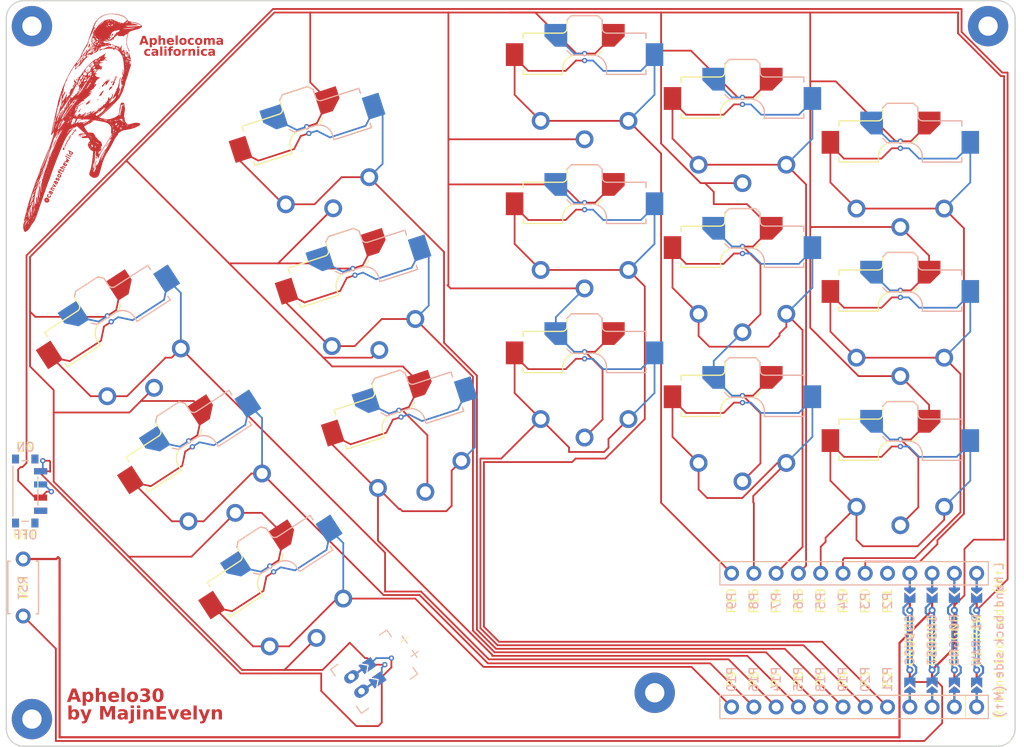
<source format=kicad_pcb>
(kicad_pcb (version 20241229) (generator "pcbnew") (generator_version "9.0")
  (title_block (title "aphelo30") (date "2025-12-19") (rev "v1.0.0") (company "Unknown"))
  (layers (0 "F.Cu" signal) (2 "B.Cu" signal) (13 "F.Paste" user) (15 "B.Paste" user) (5 "F.SilkS" user "F.Silkscreen") (7 "B.SilkS" user "B.Silkscreen") (1 "F.Mask" user) (3 "B.Mask" user) (25 "Edge.Cuts" user))
  (net 0 "")
  (net 1 "GND")
  (net 2 "P9")
  (net 3 "P8")
  (net 4 "P7")
  (net 5 "P6")
  (net 6 "P5")
  (net 7 "P4")
  (net 8 "P3")
  (net 9 "P2")
  (net 10 "P10")
  (net 11 "P16")
  (net 12 "P14")
  (net 13 "P15")
  (net 14 "P18")
  (net 15 "P19")
  (net 16 "P20")
  (net 17 "RAW")
  (net 18 "RST")
  (net 19 "VCC")
  (net 20 "P21")
  (net 21 "P1")
  (net 22 "P0")
  (net 23 "MCU1_24")
  (net 24 "MCU1_1")
  (net 25 "MCU1_23")
  (net 26 "MCU1_2")
  (net 27 "MCU1_22")
  (net 28 "MCU1_3")
  (net 29 "MCU1_21")
  (net 30 "MCU1_4")
  (net 31 "BAT_P")
  (net 32 "JST1_1")
  (net 33 "JST1_2")
  (footprint "ceoloide:reset_switch_tht_top" (layer "F.Cu") (at 69.771796 99.202529 90)
    (property "Reference" "RST1" (hide yes))
    (property "Value" "")
  )
  (footprint "ceoloide:mounting_hole_npth" (layer "F.Cu") (at 70.771796 114.202529)
    (property "Reference" "MH1" (hide yes))
    (property "Value" "")
  )
  (footprint "ceoloide:battery_connector_jst_ph_2" (layer "F.Cu") (at 107.771796 110.202529 125)
    (property "Reference" "JST1" (hide yes))
    (property "Value" "")
  )
  (footprint "ceoloide:mounting_hole_npth" (layer "F.Cu") (at 70.771796 35.202529)
    (property "Reference" "MH2" (hide yes))
    (property "Value" "")
  )
  (footprint "LOGO" (layer "F.Cu") (at 76.5 46.25)
    (property "Reference" "G***" (hide yes))
    (property "Value" "LOGO" (hide yes))
  )
  (footprint "ceoloide:mcu_nice_nano" (layer "F.Cu") (at 165.771796 105.202529 -90)
    (property "Reference" "MCU1" (hide yes))
    (property "Value" "")
  )
  (footprint "ceoloide:power_switch_smd_side" (layer "F.Cu") (at 70.025 88.202529 180)
    (property "Reference" "PWR1" (hide yes))
    (property "Value" "")
  )
  (footprint "ceoloide:mounting_hole_npth" (layer "F.Cu") (at 179.771796 35.202529)
    (property "Reference" "MH3" (hide yes))
    (property "Value" "")
  )
  (footprint "ceoloide:mounting_hole_npth" (layer "F.Cu") (at 141.771796 111.202529)
    (property "Reference" "MH4" (hide yes))
    (property "Value" "")
  )
  (footprint "ceoloide:switch_choc_v1_v2" (layer "B.Cu") (at 133.771796 42.202529)
    (property "Reference" "S9" (hide yes))
    (property "Value" "")
  )
  (footprint "ceoloide:switch_choc_v1_v2" (layer "B.Cu") (at 113.799609 82.691886 18)
    (property "Reference" "S4" (hide yes))
    (property "Value" "")
  )
  (footprint "ceoloide:switch_choc_v1_v2" (layer "B.Cu") (at 169.771796 86.202529)
    (property "Reference" "S13" (hide yes))
    (property "Value" "")
  )
  (footprint "ceoloide:switch_choc_v1_v2" (layer "B.Cu") (at 81.482273 71.485201 33)
    (property "Reference" "S3" (hide yes))
    (property "Value" "")
  )
  (footprint "ceoloide:switch_choc_v1_v2" (layer "B.Cu") (at 133.771796 76.202529)
    (property "Reference" "S7" (hide yes))
    (property "Value" "")
  )
  (footprint "ceoloide:switch_choc_v1_v2" (layer "B.Cu") (at 103.293031 50.355965 18)
    (property "Reference" "S6" (hide yes))
    (property "Value" "")
  )
  (footprint "ceoloide:switch_choc_v1_v2" (layer "B.Cu") (at 151.771796 81.202529)
    (property "Reference" "S10" (hide yes))
    (property "Value" "")
  )
  (footprint "ceoloide:switch_choc_v1_v2" (layer "B.Cu") (at 108.54632 66.523925 18)
    (property "Reference" "S5" (hide yes))
    (property "Value" "")
  )
  (footprint "ceoloide:switch_choc_v1_v2" (layer "B.Cu") (at 151.771796 47.202529)
    (property "Reference" "S12" (hide yes))
    (property "Value" "")
  )
  (footprint "ceoloide:switch_choc_v1_v2" (layer "B.Cu") (at 169.771796 52.202529)
    (property "Reference" "S15" (hide yes))
    (property "Value" "")
  )
  (footprint "ceoloide:switch_choc_v1_v2" (layer "B.Cu") (at 169.771796 69.202529)
    (property "Reference" "S14" (hide yes))
    (property "Value" "")
  )
  (footprint "ceoloide:switch_choc_v1_v2" (layer "B.Cu") (at 90.741136 85.7426 33)
    (property "Reference" "S2" (hide yes))
    (property "Value" "")
  )
  (footprint "ceoloide:switch_choc_v1_v2" (layer "B.Cu") (at 100 100 33)
    (property "Reference" "S1" (hide yes))
    (property "Value" "")
  )
  (footprint "ceoloide:switch_choc_v1_v2" (layer "B.Cu") (at 133.771796 59.202529)
    (property "Reference" "S8" (hide yes))
    (property "Value" "")
  )
  (footprint "ceoloide:switch_choc_v1_v2" (layer "B.Cu") (at 151.771796 64.202529)
    (property "Reference" "S11" (hide yes))
    (property "Value" "")
  )
  (gr_line (start 69.85 117.3) (end 180.85 117.3) (stroke (width 0.15)) (layer "Edge.Cuts"))
  (gr_arc (start 180.85 32.3) (mid 182.264214 32.885786) (end 182.85 34.3) (stroke (width 0.15)) (layer "Edge.Cuts"))
  (gr_arc (start 182.85 115.3) (mid 182.264214 116.714214) (end 180.85 117.3) (stroke (width 0.15)) (layer "Edge.Cuts"))
  (gr_line (start 180.85 32.3) (end 69.85 32.3) (stroke (width 0.15)) (layer "Edge.Cuts"))
  (gr_line (start 182.85 115.3) (end 182.85 34.3) (stroke (width 0.15)) (layer "Edge.Cuts"))
  (gr_arc (start 67.85 34.3) (mid 68.435786 32.885786) (end 69.85 32.3) (stroke (width 0.15)) (layer "Edge.Cuts"))
  (gr_arc (start 69.85 117.3) (mid 68.435786 116.714214) (end 67.85 115.3) (stroke (width 0.15)) (layer "Edge.Cuts"))
  (gr_line (start 67.85 34.3) (end 67.85 115.3) (stroke (width 0.15)) (layer "Edge.Cuts"))
  (gr_text "californica" (at 83.5 38.75 0) (layer "F.Cu") (effects (font (size 1 1) (thickness 0.25) (bold yes)) (justify left bottom)))
  (gr_text "@canvasofthewild" (at 72.5 55.5 63) (layer "F.Cu") (effects (font (size 0.5 0.5) (thickness 0.1)) (justify left bottom)))
  (gr_text "by MajinEvelyn" (at 74.75 114.5 0) (layer "F.Cu") (effects (font (size 1.5 1.5) (thickness 0.3) (bold yes)) (justify left bottom)))
  (gr_text "Aphelo30" (at 74.75 112.5 0) (layer "F.Cu") (effects (font (size 1.5 1.5) (thickness 0.3) (bold yes)) (justify left bottom)))
  (gr_text "Aphelocoma" (at 83 37.5 0) (layer "F.Cu") (effects (font (size 1 1) (thickness 0.25) (bold yes)) (justify left bottom)))
  (segment (start 159.5 69.593253) (end 159.5 58.25) (width 0.2) (layer "F.Cu") (net 1))
  (segment (start 73.25 79.25) (end 73.25 76.693204) (width 0.2) (layer "F.Cu") (net 1))
  (segment (start 169.771796 48.327529) (end 169.229087 48.327529) (width 0.2) (layer "F.Cu") (net 1))
  (segment (start 104.56909 43.685148) (end 102.5 41.616058) (width 0.2) (layer "F.Cu") (net 1))
  (segment (start 104.56909 43.685148) (end 103.236858 46.2998) (width 0.2) (layer "F.Cu") (net 1))
  (segment (start 151.771796 70.102529) (end 153.822796 68.051529) (width 0.2) (layer "F.Cu") (net 1))
  (segment (start 79.261038 68.346111) (end 79.371797 68.235352) (width 0.2) (layer "F.Cu") (net 1))
  (segment (start 177.082796 94.803769) (end 177.082796 100.099) (width 0.2) (layer "F.Cu") (net 1))
  (segment (start 113.014817 79.006542) (end 112.602168 79.006542) (width 0.2) (layer "F.Cu") (net 1))
  (segment (start 147.009276 53.102529) (end 142.495796 48.589049) (width 0.2) (layer "F.Cu") (net 1))
  (segment (start 131.151558 53.25) (end 133.229087 55.327529) (width 0.2) (layer "F.Cu") (net 1))
  (segment (start 73.5 116.699) (end 172.5 116.699) (width 0.2) (layer "F.Cu") (net 1))
  (segment (start 115.075668 76.021069) (end 113.743436 78.635722) (width 0.2) (layer "F.Cu") (net 1))
  (segment (start 70.556796 67.75) (end 70.556796 61.510304) (width 0.2) (layer "F.Cu") (net 1))
  (segment (start 151.821739 60.327529) (end 151.771796 60.327529) (width 0.2) (layer "F.Cu") (net 1))
  (segment (start 142.495796 38) (end 142.495796 33.655204) (width 0.2) (layer "F.Cu") (net 1))
  (segment (start 73.5 106.180733) (end 73.5 116.699) (width 0.2) (layer "F.Cu") (net 1))
  (segment (start 171.822796 90.051529) (end 171.822796 84.328586) (width 0.2) (layer "F.Cu") (net 1))
  (segment (start 142.5 33.651) (end 159.5 33.651) (width 0.2) (layer "F.Cu") (net 1))
  (segment (start 172.5 116.699) (end 174.542796 114.656204) (width 0.2) (layer "F.Cu") (net 1))
  (segment (start 155.046796 58.252529) (end 152.971795 60.327529) (width 0.2) (layer "F.Cu") (net 1))
  (segment (start 153.822796 79.328586) (end 151.821739 77.327529) (width 0.2) (layer "F.Cu") (net 1))
  (segment (start 173.046796 63.252529) (end 170.971795 65.327529) (width 0.2) (layer "F.Cu") (net 1))
  (segment (start 134.971795 38.327529) (end 133.771796 38.327529) (width 0.2) (layer "F.Cu") (net 1))
  (segment (start 111 108) (end 109.736766 108) (width 0.2) (layer "F.Cu") (net 1))
  (segment (start 169.229087 48.327529) (end 162.401558 41.5) (width 0.2) (layer "F.Cu") (net 1))
  (segment (start 93.25 62.25) (end 81.53355 50.53355) (width 0.2) (layer "F.Cu") (net 1))
  (segment (start 70.556796 74) (end 70.556796 67.75) (width 0.2) (layer "F.Cu") (net 1))
  (segment (start 152.294267 55.5) (end 148.5 55.5) (width 0.2) (layer "F.Cu") (net 1))
  (segment (start 98.4161 33.651) (end 102.5 33.651) (width 0.2) (layer "F.Cu") (net 1))
  (segment (start 81.879 79.25) (end 73.25 79.25) (width 0.2) (layer "F.Cu") (net 1))
  (segment (start 174.021796 109.977529) (end 173.391796 109.977529) (width 0.2) (layer "F.Cu") (net 1))
  (segment (start 99.562526 108.599) (end 103.901 108.599) (width 0.2) (layer "F.Cu") (net 1))
  (segment (start 142.495796 33.655204) (end 142.5 33.651) (width 0.2) (layer "F.Cu") (net 1))
  (segment (start 103.236858 46.2998) (end 102.09559 46.670621) (width 0.2) (layer "F.Cu") (net 1))
  (segment (start 170.851796 109.977529) (end 170.851796 108.602529) (width 0.25) (layer "F.Cu") (net 1))
  (segment (start 169.771796 75.102529) (end 165.009276 75.102529) (width 0.2) (layer "F.Cu") (net 1))
  (segment (start 137.046796 36.252529) (end 134.971795 38.327529) (width 0.2) (layer "F.Cu") (net 1))
  (segment (start 83.1895 77.9395) (end 81.879 79.25) (width 0.2) (layer "F.Cu") (net 1))
  (segment (start 99.562526 108.599) (end 94.720367 108.599) (width 0.2) (layer "F.Cu") (net 1))
  (segment (start 181.224797 40.901) (end 181.599 40.901) (width 0.2) (layer "F.Cu") (net 1))
  (segment (start 84.695643 76.433357) (end 83.1895 77.9395) (width 0.2) (layer "F.Cu") (net 1))
  (segment (start 177.082796 100.099) (end 175.931796 101.25) (width 0.2) (layer "F.Cu") (net 1))
  (segment (start 176.349 36.025203) (end 181.224797 40.901) (width 0.2) (layer "F.Cu") (net 1))
  (segment (start 152.971795 77.327529) (end 151.771796 77.327529) (width 0.2) (layer "F.Cu") (net 1))
  (segment (start 118.25 64.651) (end 118.151 64.75) (width 0.2) (layer "F.Cu") (net 1))
  (segment (start 145.901558 38) (end 142.495796 38) (width 0.2) (layer "F.Cu") (net 1))
  (segment (start 133.771796 48.102529) (end 118.352529 48.102529) (width 0.2) (layer "F.Cu") (net 1))
  (segment (start 99.506044 93.226217) (end 98.895928 96.096585) (width 0.2) (layer "F.Cu") (net 1))
  (segment (start 134.971795 72.327529) (end 133.771796 72.327529) (width 0.2) (layer "F.Cu") (net 1))
  (segment (start 125.25 33.651) (end 128.151 33.651) (width 0.2) (layer "F.Cu") (net 1))
  (segment (start 174.542796 110.498529) (end 174.021796 109.977529) (width 0.2) (layer "F.Cu") (net 1))
  (segment (start 115.850609 88.075319) (end 115.850609 81.842334) (width 0.2) (layer "F.Cu") (net 1))
  (segment (start 102.5 33.651) (end 118.25 33.651) (width 0.2) (layer "F.Cu") (net 1))
  (segment (start 115.622809 88.303119) (end 115.850609 88.075319) (width 0.2) (layer "F.Cu") (net 1))
  (segment (start 89.637065 81.839185) (end 88.63066 82.492752) (width 0.2) (layer "F.Cu") (net 1))
  (segment (start 151.771796 43.327529) (end 151.229087 43.327529) (width 0.2) (layer "F.Cu") (net 1))
  (segment (start 178.136565 93.75) (end 177.082796 94.803769) (width 0.2) (layer "F.Cu") (net 1))
  (segment (start 153.822796 68.051529) (end 153.822796 62.328586) (width 0.2) (layer "F.Cu") (net 1))
  (segment (start 135.822796 74.328586) (end 133.821739 72.327529) (width 0.2) (layer "F.Cu") (net 1))
  (segment (start 118.503529 65.102529) (end 133.771796 65.102529) (width 0.2) (layer "F.Cu") (net 1))
  (segment (start 96.970583 90.690756) (end 93.954506 90.690756) (width 0.2) (layer "F.Cu") (net 1))
  (segment (start 70.556796 67.75) (end 71.152907 68.346111) (width 0.2) (layer "F.Cu") (net 1))
  (segment (start 155.046796 41.252529) (end 152.971795 43.327529) (width 0.2) (layer "F.Cu") (net 1))
  (segment (start 147.5 53.102529) (end 147.009276 53.102529) (width 0.2) (layer "F.Cu") (net 1))
  (segment (start 181.599 40.901) (end 181.599 93.75) (width 0.2) (layer "F.Cu") (net 1))
  (segment (start 110.36952 72.135158) (end 109.504653 73.000025) (width 0.2) (layer "F.Cu") (net 1))
  (segment (start 169.771796 58.102529) (end 159.647471 58.102529) (width 0.2) (layer "F.Cu") (net 1))
  (segment (start 81.810684 95.689316) (end 73.25 87.128633) (width 0.2) (layer "F.Cu") (net 1))
  (segment (start 170.971795 48.327529) (end 169.771796 48.327529) (width 0.2) (layer "F.Cu") (net 1))
  (segment (start 113.743436 78.635722) (end 112.602168 79.006542) (width 0.2) (layer "F.Cu") (net 1))
  (segment (start 173.046796 63.252529) (end 173.046796 61.377529) (width 0.2) (layer "F.Cu") (net 1))
  (segment (start 148.5 54.102529) (end 147.5 53.102529) (width 0.2) (layer "F.Cu") (net 1))
  (segment (start 137.046796 70.252529) (end 134.971795 72.327529) (width 0.2) (layer "F.Cu") (net 1))
  (segment (start 118.25 33.651) (end 125.25 33.651) (width 0.2) (layer "F.Cu") (net 1))
  (segment (start 171.822796 84.328586) (end 169.821739 82.327529) (width 0.2) (layer "F.Cu") (net 1))
  (segment (start 70.556796 61.510304) (end 81.53355 50.53355) (width 0.2) (layer "F.Cu") (net 1))
  (segment (start 118.25 53.25) (end 118.25 48) (width 0.2) (layer "F.Cu") (net 1))
  (segment (start 165.009276 75.102529) (end 159.5 69.593253) (width 0.2) (layer "F.Cu") (net 1))
  (segment (start 90.24718 78.968817) (end 89.217863 77.9395) (width 0.2) (layer "F.Cu") (net 1))
  (segment (start 93.25 62.25) (end 98.833429 62.25) (width 0.2) (layer "F.Cu") (net 1))
  (segment (start 115.850609 81.842334) (end 113.014817 79.006542) (width 0.2) (layer "F.Cu") (net 1))
  (segment (start 162.401558 41.5) (end 159.5 41.5) (width 0.2) (layer "F.Cu") (net 1))
  (segment (start 113.054599 74) (end 105 74) (width 0.2) (layer "F.Cu") (net 1))
  (segment (start 109.822379 59.853109) (end 108.490147 62.467761) (width 0.2) (layer "F.Cu") (net 1))
  (segment (start 118.25 53.25) (end 118.25 64.651) (width 0.2) (layer "F.Cu") (net 1))
  (segment (start 151.771796 53.102529) (end 147.5 53.102529) (width 0.2) (layer "F.Cu") (net 1))
  (segment (start 175.931796 106.062529) (end 175.931796 101.802529) (width 0.25) (layer "F.Cu") (net 1))
  (segment (start 108.75 107.25) (end 108.986766 107.25) (width 0.2) (layer "F.Cu") (net 1))
  (segment (start 173.391796 109.977529) (end 173.391796 108.602529) (width 0.25) (layer "F.Cu") (net 1))
  (segment (start 134.971795 55.327529) (end 133.771796 55.327529) (width 0.2) (layer "F.Cu") (net 1))
  (segment (start 103.901 108.599) (end 107 105.5) (width 0.2) (layer "F.Cu") (net 1))
  (segment (start 155.046796 75.252529) (end 152.971795 77.327529) (width 0.2) (layer "F.Cu") (net 1))
  (segment (start 153.822796 85.051529) (end 153.822796 79.328586) (width 0.2) (layer "F.Cu") (net 1))
  (segment (start 98.895928 96.096585) (end 97.889524 96.750152) (width 0.2) (layer "F.Cu") (net 1))
  (segment (start 170.971795 65.327529) (end 169.771796 65.327529) (width 0.2) (layer "F.Cu") (net 1))
  (segment (start 102.997385 62.25) (end 103.585966 62.838581) (width 0.2) (layer "F.Cu") (net 1))
  (segment (start 107 105.5) (end 108.75 107.25) (width 0.2) (layer "F.Cu") (net 1))
  (segment (start 169.771796 92.102529) (end 171.822796 90.051529) (width 0.2) (layer "F.Cu") (net 1))
  (segment (start 135.822796 80.051529) (end 135.822796 74.328586) (width 0.2) (layer "F.Cu") (net 1))
  (segment (start 176.349 33.651) (end 176.349 36.025203) (width 0.2) (layer "F.Cu") (net 1))
  (segment (start 159.5 58.25) (end 159.5 41.5) (width 0.2) (layer "F.Cu") (net 1))
  (segment (start 170.971795 82.327529) (end 169.771796 82.327529) (width 0.2) (layer "F.Cu") (net 1))
  (segment (start 71.152907 68.346111) (end 79.261038 68.346111) (width 0.2) (layer "F.Cu") (net 1))
  (segment (start 93.954506 90.690756) (end 88.955946 95.689316) (width 0.2) (layer "F.Cu") (net 1))
  (segment (start 148.5 55.5) (end 148.5 54.102529) (width 0.2) (layer "F.Cu") (net 1))
  (segment (start 118.151 64.75) (end 118.503529 65.102529) (width 0.2) (layer "F.Cu") (net 1))
  (segment (start 133.771796 82.102529) (end 135.822796 80.051529) (width 0.2) (layer "F.Cu") (net 1))
  (segment (start 173.046796 80.252529) (end 170.971795 82.327529) (width 0.2) (layer "F.Cu") (net 1))
  (segment (start 88.955946 95.689316) (end 81.810684 95.689316) (width 0.2) (layer "F.Cu") (net 1))
  (segment (start 104.000025 73.000025) (end 93.25 62.25) (width 0.2) (layer "F.Cu") (net 1))
  (segment (start 173.046796 61.377529) (end 169.771796 58.102529) (width 0.2) (layer "F.Cu") (net 1))
  (segment (start 173.046796 80.252529) (end 173.046796 78.377529) (width 0.2) (layer "F.Cu") (net 1))
  (segment (start 118.352529 48.102529) (end 118.25 48) (width 0.2) (layer "F.Cu") (net 1))
  (segment (start 81.53355 50.53355) (end 98.4161 33.651) (width 0.2) (layer "F.Cu") (net 1))
  (segment (start 181.599 93.75) (end 178.136565 93.75) (width 0.2) (layer "F.Cu") (net 1))
  (segment (start 90.24718 78.968818) (end 89.637065 81.839185) (width 0.2) (layer "F.Cu") (net 1))
  (segment (start 73.25 87.128633) (end 73.25 79.25) (width 0.2) (layer "F.Cu") (net 1))
  (segment (start 105 74) (end 104.000025 73.000025) (width 0.2) (layer "F.Cu") (net 1))
  (segment (start 99.506044 93.226217) (end 96.970583 90.690756) (width 0.2) (layer "F.Cu") (net 1))
  (segment (start 175.931796 101.25) (end 175.931796 101.802529) (width 0.25) (layer "F.Cu") (net 1))
  (segment (start 133.229087 55.327529) (end 133.771796 55.327529) (width 0.2) (layer "F.Cu") (net 1))
  (segment (start 73.25 76.693204) (end 70.556796 74) (width 0.2) (layer "F.Cu") (net 1))
  (segment (start 159.5 41.5) (end 159.5 33.651) (width 0.2) (layer "F.Cu") (net 1))
  (segment (start 105.116231 55.967198) (end 98.833429 62.25) (width 0.2) (layer "F.Cu") (net 1))
  (segment (start 118.25 48) (end 118.25 33.651) (width 0.2) (layer "F.Cu") (net 1))
  (segment (start 103.585966 62.838581) (end 107.348879 62.838581) (width 0.2) (layer "F.Cu") (net 1))
  (segment (start 132.827529 38.327529) (end 133.771796 38.327529) (width 0.2) (layer "F.Cu") (net 1))
  (segment (start 115.075668 76.021069) (end 113.054599 74) (width 0.2) (layer "F.Cu") (net 1))
  (segment (start 137.046796 53.252529) (end 134.971795 55.327529) (width 0.2) (layer "F.Cu") (net 1))
  (segment (start 159.5 33.651) (end 176.349 33.651) (width 0.2) (layer "F.Cu") (net 1))
  (segment (start 125.25 33.651) (end 142.5 33.651) (width 0.2) (layer "F.Cu") (net 1))
  (segment (start 103.21337 104.948156) (end 99.562526 108.599) (width 0.2) (layer "F.Cu") (net 1))
  (segment (start 152.971795 60.327529) (end 151.771796 60.327529) (width 0.2) (layer "F.Cu") (net 1))
  (segment (start 169.821739 82.327529) (end 169.771796 82.327529) (width 0.2) (layer "F.Cu") (net 1))
  (segment (start 142.495796 48.589049) (end 142.495796 38) (width 0.2) (layer "F.Cu") (net 1))
  (segment (start 69.771796 102.452529) (end 73.5 106.180733) (width 0.2) (layer "F.Cu") (net 1))
  (segment (start 109.736766 108) (end 109.504952 107.768186) (width 0.2) (layer "F.Cu") (net 1))
  (segment (start 80.988317 64.711418) (end 80.378201 67.581785) (width 0.2) (layer "F.Cu") (net 1))
  (segment (start 118.25 53.25) (end 131.151558 53.25) (width 0.2) (layer "F.Cu") (net 1))
  (segment (start 89.217863 77.9395) (end 83.1895 77.9395) (width 0.2) (layer "F.Cu") (net 1))
  (segment (start 173.046796 46.252529) (end 170.971795 48.327529) (width 0.2) (layer "F.Cu") (net 1))
  (segment (start 102.5 41.616058) (end 102.5 33.651) (width 0.2) (layer "F.Cu") (net 1))
  (segment (start 174.542796 114.656204) (end 174.542796 110.498529) (width 0.2) (layer "F.Cu") (net 1))
  (segment (start 173.391796 108.602529) (end 175.931796 106.062529) (width 0.25) (layer "F.Cu") (net 1))
  (segment (start 173.391796 109.977529) (end 170.851796 109.977529) (width 0.2) (layer "F.Cu") (net 1))
  (segment (start 108.490147 62.467761) (end 107.348879 62.838581) (width 0.2) (layer "F.Cu") (net 1))
  (segment (start 94.720367 108.599) (end 81.810684 95.689316) (width 0.2) (layer "F.Cu") (net 1))
  (segment (start 128.151 33.651) (end 132.827529 38.327529) (width 0.2) (layer "F.Cu") (net 1))
  (segment (start 152.971795 43.327529) (end 151.771796 43.327529) (width 0.2) (layer "F.Cu") (net 1))
  (segment (start 98.833429 62.25) (end 102.997385 62.25) (width 0.2) (layer "F.Cu") (net 1))
  (segment (start 155.046796 58.252529) (end 152.294267 55.5) (width 0.2) (layer "F.Cu") (net 1))
  (segment (start 159.647471 58.102529) (end 159.5 58.25) (width 0.2) (layer "F.Cu") (net 1))
  (segment (start 151.821739 77.327529) (end 151.771796 77.327529) (width 0.2) (layer "F.Cu") (net 1))
  (segment (start 108.986766 107.25) (end 109.504952 107.768186) (width 0.2) (layer "F.Cu") (net 1))
  (segment (start 175.931796 100.427529) (end 175.931796 101.25) (width 0.25) (layer "F.Cu") (net 1))
  (segment (start 109.504653 73.000025) (end 104.000025 73.000025) (width 0.2) (layer "F.Cu") (net 1))
  (segment (start 151.771796 87.102529) (end 153.822796 85.051529) (width 0.2) (layer "F.Cu") (net 1))
  (segment (start 173.046796 78.377529) (end 169.771796 75.102529) (width 0.2) (layer "F.Cu") (net 1))
  (segment (start 153.822796 62.328586) (end 151.821739 60.327529) (width 0.2) (layer "F.Cu") (net 1))
  (segment (start 133.821739 72.327529) (end 133.771796 72.327529) (width 0.2) (layer "F.Cu") (net 1))
  (segment (start 151.229087 43.327529) (end 145.901558 38) (width 0.2) (layer "F.Cu") (net 1))
  (segment (start 80.378201 67.581785) (end 79.371797 68.235352) (width 0.2) (layer "F.Cu") (net 1))
  (via (at 169.771796 48.327529) (size 0.6) (drill 0.3) (layers "F.Cu" "B.Cu") (net 1))
  (via (at 151.771796 77.327529) (size 0.6) (drill 0.3) (layers "F.Cu" "B.Cu") (net 1))
  (via (at 79.371797 68.235352) (size 0.6) (drill 0.3) (layers "F.Cu" "B.Cu") (net 1))
  (via (at 133.771796 55.327529) (size 0.6) (drill 0.3) (layers "F.Cu" "B.Cu") (net 1))
  (via (at 102.09559 46.670621) (size 0.6) (drill 0.3) (layers "F.Cu" "B.Cu") (net 1))
  (via (at 169.771796 82.327529) (size 0.6) (drill 0.3) (layers "F.Cu" "B.Cu") (net 1))
  (via (at 151.771796 60.327529) (size 0.6) (drill 0.3) (layers "F.Cu" "B.Cu") (net 1))
  (via (at 169.771796 65.327529) (size 0.6) (drill 0.3) (layers "F.Cu" "B.Cu") (net 1))
  (via (at 112.602168 79.006542) (size 0.6) (drill 0.3) (layers "F.Cu" "B.Cu") (net 1))
  (via (at 107.348879 62.838581) (size 0.6) (drill 0.3) (layers "F.Cu" "B.Cu") (net 1))
  (via (at 111 108) (size 0.6) (drill 0.3) (layers "F.Cu" "B.Cu") (net 1))
  (via (at 133.771796 38.327529) (size 0.6) (drill 0.3) (layers "F.Cu" "B.Cu") (net 1))
  (via (at 97.889524 96.750152) (size 0.6) (drill 0.3) (layers "F.Cu" "B.Cu") (net 1))
  (via (at 88.63066 82.492752) (size 0.6) (drill 0.3) (layers "F.Cu" "B.Cu") (net 1))
  (via (at 151.771796 43.327529) (size 0.6) (drill 0.3) (layers "F.Cu" "B.Cu") (net 1))
  (via (at 133.771796 72.327529) (size 0.6) (drill 0.3) (layers "F.Cu" "B.Cu") (net 1))
  (segment (start 132.571796 72.327529) (end 133.771796 72.327529) (width 0.2) (layer "B.Cu") (net 1))
  (segment (start 150.571796 77.327529) (end 151.771796 77.327529) (width 0.2) (layer "B.Cu") (net 1))
  (segment (start 132.571796 55.327529) (end 133.771796 55.327529) (width 0.2) (layer "B.Cu") (net 1))
  (segment (start 130.496795 70.252529) (end 132.571796 72.327529) (width 0.2) (layer "B.Cu") (net 1))
  (segment (start 84.753888 82.536203) (end 87.624256 83.146319) (width 0.2) (layer "B.Cu") (net 1))
  (segment (start 110.652105 109.40649) (end 110.652105 108.347895) (width 0.2) (layer "B.Cu") (net 1))
  (segment (start 148.496796 75.252529) (end 150.571796 77.327529) (width 0.2) (layer "B.Cu") (net 1))
  (segment (start 175.931796 109.977529) (end 175.931796 109.627834) (width 0.25) (layer "B.Cu") (net 1))
  (segment (start 166.496796 46.252529) (end 168.571796 48.327529) (width 0.2) (layer "B.Cu") (net 1))
  (segment (start 168.571796 48.327529) (end 169.771796 48.327529) (width 0.2) (layer "B.Cu") (net 1))
  (segment (start 111.4609 79.377363) (end 112.602168 79.006542) (width 0.2) (layer "B.Cu") (net 1))
  (segment (start 148.496796 73.377529) (end 151.771796 70.102529) (width 0.2) (layer "B.Cu") (net 1))
  (segment (start 96.883119 97.403718) (end 97.889524 96.750152) (width 0.2) (layer "B.Cu") (net 1))
  (segment (start 170.621796 102.597834) (end 170.621796 108.372529) (width 0.25) (layer "B.Cu") (net 1))
  (segment (start 172.666796 102.102834) (end 173.161795 102.597834) (width 0.25) (layer "B.Cu") (net 1))
  (segment (start 166.496796 63.252529) (end 168.571796 65.327529) (width 0.2) (layer "B.Cu") (net 1))
  (segment (start 106.207611 63.209402) (end 107.348879 62.838581) (width 0.2) (layer "B.Cu") (net 1))
  (segment (start 130.496796 70.252529) (end 132.571796 72.327529) (width 0.2) (layer "B.Cu") (net 1))
  (segment (start 170.851796 100.777224) (end 170.126796 101.502224) (width 0.25) (layer "B.Cu") (net 1))
  (segment (start 176.656796 108.902834) (end 176.656796 108.302224) (width 0.25) (layer "B.Cu") (net 1))
  (segment (start 130.496795 53.252529) (end 132.571796 55.327529) (width 0.2) (layer "B.Cu") (net 1))
  (segment (start 132.571796 38.327529) (end 133.771796 38.327529) (width 0.2) (layer "B.Cu") (net 1))
  (segment (start 130.496796 70.252529) (end 130.496796 68.377529) (width 0.2) (layer "B.Cu") (net 1))
  (segment (start 176.151796 107.797224) (end 176.151796 102.022529) (width 0.25) (layer "B.Cu") (net 1))
  (segment (start 78.365392 68.888919) (end 79.371797 68.235352) (width 0.2) (layer "B.Cu") (net 1))
  (segment (start 176.656796 108.302224) (end 176.151796 107.797224) (width 0.25) (layer "B.Cu") (net 1))
  (segment (start 150.571796 43.327529) (end 151.771796 43.327529) (width 0.2) (layer "B.Cu") (net 1))
  (segment (start 110.652105 108.347895) (end 111 108) (width 0.2) (layer "B.Cu") (net 1))
  (segment (start 168.571796 65.327529) (end 169.771796 65.327529) (width 0.2) (layer "B.Cu") (net 1))
  (segment (start 148.496796 75.252529) (end 148.496796 73.377529) (width 0.2) (layer "B.Cu") (net 1))
  (segment (start 173.161795 102.597834) (end 173.161795 108.372529) (width 0.25) (layer "B.Cu") (net 1))
  (segment (start 75.495024 68.278804) (end 78.365392 68.888919) (width 0.2) (layer "B.Cu") (net 1))
  (segment (start 130.496795 36.252529) (end 132.571796 38.327529) (width 0.2) (layer "B.Cu") (net 1))
  (segment (start 170.126796 102.102834) (end 170.621796 102.597834) (width 0.25) (layer "B.Cu") (net 1))
  (segment (start 94.012752 96.793603) (end 96.883119 97.403718) (width 0.2) (layer "B.Cu") (net 1))
  (segment (start 148.496796 41.252529) (end 150.571796 43.327529) (width 0.2) (layer "B.Cu") (net 1))
  (segment (start 108.846247 78.045131) (end 111.4609 79.377363) (width 0.2) (layer "B.Cu") (net 1))
  (segment (start 130.496796 68.377529) (end 133.771796 65.102529) (width 0.2) (layer "B.Cu") (net 1))
  (segment (start 173.391796 100.777224) (end 172.666796 101.502224) (width 0.25) (layer "B.Cu") (net 1))
  (segment (start 170.126796 101.502224) (end 170.126796 102.102834) (width 0.25) (layer "B.Cu") (net 1))
  (segment (start 150.571796 60.327529) (end 151.771796 60.327529) (width 0.2) (layer "B.Cu") (net 1))
  (segment (start 148.496796 58.252529) (end 150.571796 60.327529) (width 0.2) (layer "B.Cu") (net 1))
  (segment (start 172.666796 101.502224) (end 172.666796 102.102834) (width 0.25) (layer "B.Cu") (net 1))
  (segment (start 173.391796 100.427529) (end 173.391796 100.777224) (width 0.25) (layer "B.Cu") (net 1))
  (segment (start 170.851796 100.427529) (end 170.851796 100.777224) (width 0.25) (layer "B.Cu") (net 1))
  (segment (start 87.624256 83.146319) (end 88.63066 82.492752) (width 0.2) (layer "B.Cu") (net 1))
  (segment (start 103.592959 61.87717) (end 106.207611 63.209402) (width 0.2) (layer "B.Cu") (net 1))
  (segment (start 168.571796 82.327529) (end 169.771796 82.327529) (width 0.2) (layer "B.Cu") (net 1))
  (segment (start 166.496796 80.252529) (end 168.571796 82.327529) (width 0.2) (layer "B.Cu") (net 1))
  (segment (start 98.33967 45.709209) (end 100.954322 47.041441) (width 0.2) (layer "B.Cu") (net 1))
  (segment (start 100.954322 47.041441) (end 102.09559 46.670621) (width 0.2) (layer "B.Cu") (net 1))
  (segment (start 175.931796 109.627834) (end 176.656796 108.902834) (width 0.25) (layer "B.Cu") (net 1))
  (segment (start 93.582261 101.907008) (end 97.160868 99.583033) (width 0.2) (layer "F.Cu") (net 2))
  (segment (start 114.463753 100.463753) (end 122.25 108.25) (width 0.2) (layer "F.Cu") (net 2))
  (segment (start 97.876275 105.910143) (end 100.089857 105.910143) (width 0.2) (layer "F.Cu") (net 2))
  (segment (start 122.25 108.25) (end 145.959267 108.25) (width 0.2) (layer "F.Cu") (net 2))
  (segment (start 145.959267 108.25) (end 150.531796 112.822529) (width 0.2) (layer "F.Cu") (net 2))
  (segment (start 97.160868 99.583033) (end 97.507531 97.952111) (width 0.2) (layer "F.Cu") (net 2))
  (segment (start 105.536247 100.463753) (end 106.262981 100.463753) (width 0.2) (layer "F.Cu") (net 2))
  (segment (start 91.269206 101.198482) (end 95.980867 105.910143) (width 0.2) (layer "F.Cu") (net 2))
  (segment (start 95.980867 105.910143) (end 97.876275 105.910143) (width 0.2) (layer "F.Cu") (net 2))
  (segment (start 106.262981 100.463753) (end 114.463753 100.463753) (width 0.2) (layer "F.Cu") (net 2))
  (segment (start 100.089857 105.910143) (end 105.536247 100.463753) (width 0.2) (layer "F.Cu") (net 2))
  (segment (start 91.017605 101.361873) (end 93.582261 101.907008) (width 0.2) (layer "F.Cu") (net 2))
  (segment (start 97.507531 97.952111) (end 98.325235 97.421088) (width 0.2) (layer "F.Cu") (net 2))
  (via (at 98.325235 97.421088) (size 0.6) (drill 0.3) (layers "F.Cu" "B.Cu") (net 2))
  (segment (start 104.897603 92.348097) (end 104.352468 94.912753) (width 0.2) (layer "B.Cu") (net 2))
  (segment (start 104.352468 94.912753) (end 100.762259 97.244263) (width 0.2) (layer "B.Cu") (net 2))
  (segment (start 99.131337 96.8976) (end 98.325235 97.421088) (width 0.2) (layer "B.Cu") (net 2))
  (segment (start 106.262981 94.128469) (end 106.262981 100.463753) (width 0.2) (layer "B.Cu") (net 2))
  (segment (start 100.762259 97.244263) (end 99.131337 96.8976) (width 0.2) (layer "B.Cu") (net 2))
  (segment (start 104.646001 92.511489) (end 106.262981 94.128469) (width 0.2) (layer "B.Cu") (net 2))
  (segment (start 87.902004 85.325633) (end 88.248668 83.694711) (width 0.2) (layer "F.Cu") (net 3))
  (segment (start 81.758741 87.104474) (end 84.323397 87.649608) (width 0.2) (layer "F.Cu") (net 3))
  (segment (start 88.617411 91.652743) (end 90.347257 91.652743) (width 0.2) (layer "F.Cu") (net 3))
  (segment (start 110.860517 100.062753) (end 114.963753 100.062753) (width 0.2) (layer "F.Cu") (net 3))
  (segment (start 86.722003 91.652743) (end 88.617411 91.652743) (width 0.2) (layer "F.Cu") (net 3))
  (segment (start 95.793647 86.206353) (end 97.004117 86.206353) (width 0.2) (layer "F.Cu") (net 3))
  (segment (start 90.347257 91.652743) (end 95.793647 86.206353) (width 0.2) (layer "F.Cu") (net 3))
  (segment (start 82.010342 86.941082) (end 86.722003 91.652743) (width 0.2) (layer "F.Cu") (net 3))
  (segment (start 148.098267 107.849) (end 153.071796 112.822529) (width 0.2) (layer "F.Cu") (net 3))
  (segment (start 122.75 107.849) (end 148.098267 107.849) (width 0.2) (layer "F.Cu") (net 3))
  (segment (start 84.323397 87.649608) (end 87.902004 85.325633) (width 0.2) (layer "F.Cu") (net 3))
  (segment (start 97.004117 86.206353) (end 110.860517 100.062753) (width 0.2) (layer "F.Cu") (net 3))
  (segment (start 88.248668 83.694711) (end 89.066371 83.163688) (width 0.2) (layer "F.Cu") (net 3))
  (segment (start 114.963753 100.062753) (end 122.75 107.849) (width 0.2) (layer "F.Cu") (net 3))
  (via (at 89.066371 83.163688) (size 0.6) (drill 0.3) (layers "F.Cu" "B.Cu") (net 3))
  (segment (start 89.872473 82.6402) (end 89.066371 83.163688) (width 0.2) (layer "B.Cu") (net 3))
  (segment (start 91.503395 82.986863) (end 89.872473 82.6402) (width 0.2) (layer "B.Cu") (net 3))
  (segment (start 97.004117 79.871069) (end 97.004117 86.206353) (width 0.2) (layer "B.Cu") (net 3))
  (segment (start 95.093605 80.655354) (end 91.503395 82.986863) (width 0.2) (layer "B.Cu") (net 3))
  (segment (start 95.387137 78.254089) (end 97.004117 79.871069) (width 0.2) (layer "B.Cu") (net 3))
  (segment (start 95.638739 78.090698) (end 95.093605 80.655354) (width 0.2) (layer "B.Cu") (net 3))
  (segment (start 78.989804 69.437312) (end 79.807508 68.906289) (width 0.2) (layer "F.Cu") (net 4))
  (segment (start 87.745254 71.948954) (end 111.026617 95.230317) (width 0.2) (layer "F.Cu") (net 4))
  (segment (start 79.358548 77.395344) (end 81.604656 77.395344) (width 0.2) (layer "F.Cu") (net 4))
  (segment (start 111.026617 99.661753) (end 115.129853 99.661753) (width 0.2) (layer "F.Cu") (net 4))
  (segment (start 111.026617 95.230317) (end 111.026617 99.661753) (width 0.2) (layer "F.Cu") (net 4))
  (segment (start 72.751479 72.683683) (end 77.46314 77.395344) (width 0.2) (layer "F.Cu") (net 4))
  (segment (start 77.46314 77.395344) (end 79.358548 77.395344) (width 0.2) (layer "F.Cu") (net 4))
  (segment (start 72.499878 72.847074) (end 75.064534 73.392208) (width 0.2) (layer "F.Cu") (net 4))
  (segment (start 75.064534 73.392208) (end 78.643141 71.068234) (width 0.2) (layer "F.Cu") (net 4))
  (segment (start 115.129853 99.661753) (end 122.85905 107.39095) (width 0.2) (layer "F.Cu") (net 4))
  (segment (start 86 73) (end 86.694208 73) (width 0.2) (layer "F.Cu") (net 4))
  (segment (start 122.85905 107.39095) (end 150.180217 107.39095) (width 0.2) (layer "F.Cu") (net 4))
  (segment (start 81.604656 77.395344) (end 86 73) (width 0.2) (layer "F.Cu") (net 4))
  (segment (start 78.643141 71.068234) (end 78.989804 69.437312) (width 0.2) (layer "F.Cu") (net 4))
  (segment (start 150.180217 107.39095) (end 155.611796 112.822529) (width 0.2) (layer "F.Cu") (net 4))
  (segment (start 86.694208 73) (end 87.745254 71.948954) (width 0.2) (layer "F.Cu") (net 4))
  (via (at 79.807508 68.906289) (size 0.6) (drill 0.3) (layers "F.Cu" "B.Cu") (net 4))
  (segment (start 82.244531 68.729463) (end 80.613609 68.3828) (width 0.2) (layer "B.Cu") (net 4))
  (segment (start 85.834741 66.397954) (end 82.244531 68.729463) (width 0.2) (layer "B.Cu") (net 4))
  (segment (start 80.613609 68.3828) (end 79.807508 68.906289) (width 0.2) (layer "B.Cu") (net 4))
  (segment (start 87.745254 65.61367) (end 87.745254 71.948954) (width 0.2) (layer "B.Cu") (net 4))
  (segment (start 86.379875 63.833298) (end 85.834741 66.397954) (width 0.2) (layer "B.Cu") (net 4))
  (segment (start 86.128274 63.99669) (end 87.745254 65.61367) (width 0.2) (layer "B.Cu") (net 4))
  (segment (start 152.319217 106.98995) (end 158.151796 112.822529) (width 0.2) (layer "F.Cu") (net 5))
  (segment (start 110.218591 87.850986) (end 110.218591 93.855191) (width 0.2) (layer "F.Cu") (net 5))
  (segment (start 118.619986 85.869986) (end 118.619986 89.880014) (width 0.2) (layer "F.Cu") (net 5))
  (segment (start 107.106979 82.872881) (end 111.165137 81.554306) (width 0.2) (layer "F.Cu") (net 5))
  (segment (start 109.95037 87.850986) (end 110.218591 87.850986) (width 0.2) (layer "F.Cu") (net 5))
  (segment (start 112.617605 90.25) (end 110.218591 87.850986) (width 0.2) (layer "F.Cu") (net 5))
  (segment (start 105.05612 82.956736) (end 109.95037 87.850986) (width 0.2) (layer "F.Cu") (net 5))
  (segment (start 110.218591 93.855191) (end 123.25 106.8866) (width 0.2) (layer "F.Cu") (net 5))
  (segment (start 119.729156 84.760816) (end 118.619986 85.869986) (width 0.2) (layer "F.Cu") (net 5))
  (segment (start 118 90.5) (end 113 90.5) (width 0.2) (layer "F.Cu") (net 5))
  (segment (start 113 90.5) (end 112.75 90.25) (width 0.2) (layer "F.Cu") (net 5))
  (segment (start 105.05612 81.589835) (end 105.05612 82.956736) (width 0.2) (layer "F.Cu") (net 5))
  (segment (start 118.619986 89.880014) (end 118 90.5) (width 0.2) (layer "F.Cu") (net 5))
  (segment (start 111.165137 81.554306) (end 111.922101 80.068679) (width 0.2) (layer "F.Cu") (net 5))
  (segment (start 123.25 106.98995) (end 152.319217 106.98995) (width 0.2) (layer "F.Cu") (net 5))
  (segment (start 123.25 106.8866) (end 123.25 106.98995) (width 0.2) (layer "F.Cu") (net 5))
  (segment (start 104.770802 81.68254) (end 107.106979 82.872881) (width 0.2) (layer "F.Cu") (net 5))
  (segment (start 111.922101 80.068679) (end 112.849381 79.767388) (width 0.2) (layer "F.Cu") (net 5))
  (segment (start 112.75 90.25) (end 112.617605 90.25) (width 0.2) (layer "F.Cu") (net 5))
  (via (at 112.849381 79.767388) (size 0.6) (drill 0.3) (layers "F.Cu" "B.Cu") (net 5))
  (segment (start 113.763505 79.470371) (end 112.849381 79.767388) (width 0.2) (layer "B.Cu") (net 5))
  (segment (start 119.320446 78.904485) (end 115.249131 80.227336) (width 0.2) (layer "B.Cu") (net 5))
  (segment (start 120.510788 76.568309) (end 119.320446 78.904485) (width 0.2) (layer "B.Cu") (net 5))
  (segment (start 121.257157 83.232815) (end 119.729156 84.760816) (width 0.2) (layer "B.Cu") (net 5))
  (segment (start 115.249131 80.227336) (end 113.763505 79.470371) (width 0.2) (layer "B.Cu") (net 5))
  (segment (start 121.257157 77.6927) (end 121.257157 83.232815) (width 0.2) (layer "B.Cu") (net 5))
  (segment (start 120.225471 76.661014) (end 121.257157 77.6927) (width 0.2) (layer "B.Cu") (net 5))
  (segment (start 106.668812 63.900718) (end 107.596093 63.599427) (width 0.2) (layer "F.Cu") (net 6))
  (segment (start 121.046156 104.115656) (end 123.51945 106.58895) (width 0.2) (layer "F.Cu") (net 6))
  (segment (start 99.802831 66.788775) (end 104.697081 71.683025) (width 0.2) (layer "F.Cu") (net 6))
  (segment (start 123.51945 106.58895) (end 154.458217 106.58895) (width 0.2) (layer "F.Cu") (net 6))
  (segment (start 104.965302 71.683025) (end 107.566975 71.683025) (width 0.2) (layer "F.Cu") (net 6))
  (segment (start 99.802831 65.421874) (end 99.802831 66.788775) (width 0.2) (layer "F.Cu") (net 6))
  (segment (start 154.458217 106.58895) (end 160.691796 112.822529) (width 0.2) (layer "F.Cu") (net 6))
  (segment (start 99.517513 65.514579) (end 101.85369 66.70492) (width 0.2) (layer "F.Cu") (net 6))
  (segment (start 105.911848 65.386345) (end 106.668812 63.900718) (width 0.2) (layer "F.Cu") (net 6))
  (segment (start 101.85369 66.70492) (end 105.911848 65.386345) (width 0.2) (layer "F.Cu") (net 6))
  (segment (start 110.657145 68.592855) (end 114.475867 68.592855) (width 0.2) (layer "F.Cu") (net 6))
  (segment (start 104.697081 71.683025) (end 104.965302 71.683025) (width 0.2) (layer "F.Cu") (net 6))
  (segment (start 114.475867 68.592855) (end 121.046156 75.163144) (width 0.2) (layer "F.Cu") (net 6))
  (segment (start 107.566975 71.683025) (end 110.657145 68.592855) (width 0.2) (layer "F.Cu") (net 6))
  (segment (start 121.046156 75.163144) (end 121.046156 104.115656) (width 0.2) (layer "F.Cu") (net 6))
  (via (at 107.596093 63.599427) (size 0.6) (drill 0.3) (layers "F.Cu" "B.Cu") (net 6))
  (segment (start 109.995842 64.059375) (end 108.510216 63.30241) (width 0.2) (layer "B.Cu") (net 6))
  (segment (start 115.257499 60.400348) (end 114.067158 62.736524) (width 0.2) (layer "B.Cu") (net 6))
  (segment (start 114.067158 62.736524) (end 109.995842 64.059375) (width 0.2) (layer "B.Cu") (net 6))
  (segment (start 108.510216 63.30241) (end 107.596093 63.599427) (width 0.2) (layer "B.Cu") (net 6))
  (segment (start 114.972182 60.493053) (end 116.003868 61.524739) (width 0.2) (layer "B.Cu") (net 6))
  (segment (start 116.003868 61.524739) (end 116.003868 67.064854) (width 0.2) (layer "B.Cu") (net 6))
  (segment (start 116.003868 67.064854) (end 114.475867 68.592855) (width 0.2) (layer "B.Cu") (net 6))
  (segment (start 121.4988 104.0012) (end 123.68555 106.18795) (width 0.2) (layer "F.Cu") (net 7))
  (segment (start 117.75 60.952317) (end 117.75 71.299888) (width 0.2) (layer "F.Cu") (net 7))
  (segment (start 156.597217 106.18795) (end 163.231796 112.822529) (width 0.2) (layer "F.Cu") (net 7))
  (segment (start 94.264224 49.346618) (end 96.600401 50.53696) (width 0.2) (layer "F.Cu") (net 7))
  (segment (start 123.68555 106.18795) (end 156.597217 106.18795) (width 0.2) (layer "F.Cu") (net 7))
  (segment (start 102.984935 55.515065) (end 106.075105 52.424895) (width 0.2) (layer "F.Cu") (net 7))
  (segment (start 117.75 71.299888) (end 121.4988 75.048688) (width 0.2) (layer "F.Cu") (net 7))
  (segment (start 96.600401 50.53696) (end 100.658559 49.218384) (width 0.2) (layer "F.Cu") (net 7))
  (segment (start 94.549542 50.620815) (end 99.443792 55.515065) (width 0.2) (layer "F.Cu") (net 7))
  (segment (start 100.658559 49.218384) (end 101.415523 47.732757) (width 0.2) (layer "F.Cu") (net 7))
  (segment (start 99.712013 55.515065) (end 102.984935 55.515065) (width 0.2) (layer "F.Cu") (net 7))
  (segment (start 101.415523 47.732757) (end 102.342804 47.431466) (width 0.2) (layer "F.Cu") (net 7))
  (segment (start 94.549542 49.253914) (end 94.549542 50.620815) (width 0.2) (layer "F.Cu") (net 7))
  (segment (start 109.222578 52.424895) (end 117.75 60.952317) (width 0.2) (layer "F.Cu") (net 7))
  (segment (start 106.075105 52.424895) (end 109.222578 52.424895) (width 0.2) (layer "F.Cu") (net 7))
  (segment (start 99.443792 55.515065) (end 99.712013 55.515065) (width 0.2) (layer "F.Cu") (net 7))
  (segment (start 121.4988 75.048688) (end 121.4988 104.0012) (width 0.2) (layer "F.Cu") (net 7))
  (via (at 102.342804 47.431466) (size 0.6) (drill 0.3) (layers "F.Cu" "B.Cu") (net 7))
  (segment (start 109.718893 44.325093) (end 110.750579 45.356779) (width 0.2) (layer "B.Cu") (net 7))
  (segment (start 108.813869 46.568563) (end 104.742553 47.891414) (width 0.2) (layer "B.Cu") (net 7))
  (segment (start 104.742553 47.891414) (end 103.256927 47.134449) (width 0.2) (layer "B.Cu") (net 7))
  (segment (start 110.00421 44.232387) (end 108.813869 46.568563) (width 0.2) (layer "B.Cu") (net 7))
  (segment (start 103.256927 47.134449) (end 102.342804 47.431466) (width 0.2) (layer "B.Cu") (net 7))
  (segment (start 110.750579 50.896894) (end 109.222578 52.424895) (width 0.2) (layer "B.Cu") (net 7))
  (segment (start 110.750579 45.356779) (end 110.750579 50.896894) (width 0.2) (layer "B.Cu") (net 7))
  (segment (start 136.5 82.274325) (end 138.771796 80.002529) (width 0.2) (layer "F.Cu") (net 8))
  (segment (start 132 83.230733) (end 132 83.75) (width 0.2) (layer "F.Cu") (net 8))
  (segment (start 132.796796 73.127529) (end 133.771796 73.127529) (width 0.2) (layer "F.Cu") (net 8))
  (segment (start 136.5 83.25) (end 136.5 82.274325) (width 0.2) (layer "F.Cu") (net 8))
  (segment (start 132 83.75) (end 136 83.75) (width 0.2) (layer "F.Cu") (net 8))
  (segment (start 128.771796 80.002529) (end 124.274325 84.5) (width 0.2) (layer "F.Cu") (net 8))
  (segment (start 121.8998 84.5) (end 121.8998 103.8351) (width 0.2) (layer "F.Cu") (net 8))
  (segment (start 125.796796 72.452529) (end 125.796796 77.027529) (width 0.2) (layer "F.Cu") (net 8))
  (segment (start 124.274325 84.5) (end 121.8998 84.5) (width 0.2) (layer "F.Cu") (net 8))
  (segment (start 136 83.75) (end 136.5 83.25) (width 0.2) (layer "F.Cu") (net 8))
  (segment (start 125.496795 72.452529) (end 127.350795 74.306529) (width 0.2) (layer "F.Cu") (net 8))
  (segment (start 125.796796 77.027529) (end 128.771796 80.002529) (width 0.2) (layer "F.Cu") (net 8))
  (segment (start 123.85165 105.78695) (end 158.736217 105.78695) (width 0.2) (layer "F.Cu") (net 8))
  (segment (start 121.8998 103.8351) (end 123.85165 105.78695) (width 0.2) (layer "F.Cu") (net 8))
  (segment (start 128.771796 80.002529) (end 132 83.230733) (width 0.2) (layer "F.Cu") (net 8))
  (segment (start 158.736217 105.78695) (end 165.771796 112.822529) (width 0.2) (layer "F.Cu") (net 8))
  (segment (start 127.350795 74.306529) (end 131.617796 74.306529) (width 0.2) (layer "F.Cu") (net 8))
  (segment (start 131.617796 74.306529) (end 132.796796 73.127529) (width 0.2) (layer "F.Cu") (net 8))
  (via (at 133.771796 73.127529) (size 0.6) (drill 0.3) (layers "F.Cu" "B.Cu") (net 8))
  (segment (start 134.732962 73.127529) (end 133.771796 73.127529) (width 0.2) (layer "B.Cu") (net 8))
  (segment (start 141.746796 72.452529) (end 141.746796 77.027529) (width 0.2) (layer "B.Cu") (net 8))
  (segment (start 135.911962 74.306529) (end 134.732962 73.127529) (width 0.2) (layer "B.Cu") (net 8))
  (segment (start 141.746796 77.027529) (end 138.771796 80.002529) (width 0.2) (layer "B.Cu") (net 8))
  (segment (start 140.192796 74.306529) (end 135.911962 74.306529) (width 0.2) (layer "B.Cu") (net 8))
  (segment (start 142.046796 72.452529) (end 140.192796 74.306529) (width 0.2) (layer "B.Cu") (net 8))
  (segment (start 127.350795 57.306529) (end 131.617796 57.306529) (width 0.2) (layer "F.Cu") (net 9))
  (segment (start 125.796796 55.452529) (end 125.796796 60.027529) (width 0.2) (layer "F.Cu") (net 9))
  (segment (start 131.617796 57.306529) (end 132.796796 56.127529) (width 0.2) (layer "F.Cu") (net 9))
  (segment (start 122.3008 84.901) (end 122.3008 103.669) (width 0.2) (layer "F.Cu") (net 9))
  (segment (start 138.771796 63.002529) (end 140.634633 64.865367) (width 0.2) (layer "F.Cu") (net 9))
  (segment (start 160.875217 105.38595) (end 168.311796 112.822529) (width 0.2) (layer "F.Cu") (net 9))
  (segment (start 124.01775 105.38595) (end 160.875217 105.38595) (width 0.2) (layer "F.Cu") (net 9))
  (segment (start 132.349 84.901) (end 122.3008 84.901) (width 0.2) (layer "F.Cu") (net 9))
  (segment (start 125.496795 55.452529) (end 127.350795 57.306529) (width 0.2) (layer "F.Cu") (net 9))
  (segment (start 136.136845 84.5) (end 132.75 84.5) (width 0.2) (layer "F.Cu") (net 9))
  (segment (start 128.771796 63.002529) (end 138.771796 63.002529) (width 0.2) (layer "F.Cu") (net 9))
  (segment (start 140.634633 64.865367) (end 140.634633 80.002212) (width 0.2) (layer "F.Cu") (net 9))
  (segment (start 139.818423 80.818423) (end 136.136845 84.5) (width 0.2) (layer "F.Cu") (net 9))
  (segment (start 132.75 84.5) (end 132.349 84.901) (width 0.2) (layer "F.Cu") (net 9))
  (segment (start 125.796796 60.027529) (end 128.771796 63.002529) (width 0.2) (layer "F.Cu") (net 9))
  (segment (start 122.3008 103.669) (end 124.01775 105.38595) (width 0.2) (layer "F.Cu") (net 9))
  (segment (start 132.796796 56.127529) (end 133.771796 56.127529) (width 0.2) (layer "F.Cu") (net 9))
  (segment (start 140.634633 80.002212) (end 139.818423 80.818423) (width 0.2) (layer "F.Cu") (net 9))
  (via (at 133.771796 56.127529) (size 0.6) (drill 0.3) (layers "F.Cu" "B.Cu") (net 9))
  (segment (start 142.046796 55.452529) (end 140.192796 57.306529) (width 0.2) (layer "B.Cu") (net 9))
  (segment (start 141.746796 60.027529) (end 138.771796 63.002529) (width 0.2) (layer "B.Cu") (net 9))
  (segment (start 134.732962 56.127529) (end 133.771796 56.127529) (width 0.2) (layer "B.Cu") (net 9))
  (segment (start 135.911962 57.306529) (end 134.732962 56.127529) (width 0.2) (layer "B.Cu") (net 9))
  (segment (start 141.746796 55.452529) (end 141.746796 60.027529) (width 0.2) (layer "B.Cu") (net 9))
  (segment (start 140.192796 57.306529) (end 135.911962 57.306529) (width 0.2) (layer "B.Cu") (net 9))
  (segment (start 125.796796 43.027529) (end 128.771796 46.002529) (width 0.2) (layer "F.Cu") (net 10))
  (segment (start 127.350795 40.306529) (end 131.617796 40.306529) (width 0.2) (layer "F.Cu") (net 10))
  (segment (start 125.796796 38.452529) (end 125.796796 43.027529) (width 0.2) (layer "F.Cu") (net 10))
  (segment (start 142.495796 89.546529) (end 150.531796 97.582529) (width 0.2) (layer "F.Cu") (net 10))
  (segment (start 128.771796 46.002529) (end 138.771796 46.002529) (width 0.2) (layer "F.Cu") (net 10))
  (segment (start 142.495796 49.726529) (end 142.495796 89.546529) (width 0.2) (layer "F.Cu") (net 10))
  (segment (start 125.496795 38.452529) (end 127.350795 40.306529) (width 0.2) (layer "F.Cu") (net 10))
  (segment (start 131.617796 40.306529) (end 132.796796 39.127529) (width 0.2) (layer "F.Cu") (net 10))
  (segment (start 138.771796 46.002529) (end 142.495796 49.726529) (width 0.2) (layer "F.Cu") (net 10))
  (segment (start 132.796796 39.127529) (end 133.771796 39.127529) (width 0.2) (layer "F.Cu") (net 10))
  (via (at 133.771796 39.127529) (size 0.6) (drill 0.3) (layers "F.Cu" "B.Cu") (net 10))
  (segment (start 135.911962 40.306529) (end 134.732962 39.127529) (width 0.2) (layer "B.Cu") (net 10))
  (segment (start 140.192796 40.306529) (end 135.911962 40.306529) (width 0.2) (layer "B.Cu") (net 10))
  (segment (start 141.746796 38.452529) (end 141.746796 43.027529) (width 0.2) (layer "B.Cu") (net 10))
  (segment (start 142.046796 38.452529) (end 140.192796 40.306529) (width 0.2) (layer "B.Cu") (net 10))
  (segment (start 134.732962 39.127529) (end 133.771796 39.127529) (width 0.2) (layer "B.Cu") (net 10))
  (segment (start 141.746796 43.027529) (end 138.771796 46.002529) (width 0.2) (layer "B.Cu") (net 10))
  (segment (start 143.796796 82.027529) (end 146.771796 85.002529) (width 0.2) (layer "F.Cu") (net 11))
  (segment (start 150.796796 78.127529) (end 151.771796 78.127529) (width 0.2) (layer "F.Cu") (net 11))
  (segment (start 156.771796 85.002529) (end 153 88.774325) (width 0.2) (layer "F.Cu") (net 11))
  (segment (start 145.350796 79.306529) (end 149.617796 79.306529) (width 0.2) (layer "F.Cu") (net 11))
  (segment (start 146.771796 85.002529) (end 146.771796 88.021796) (width 0.2) (layer "F.Cu") (net 11))
  (segment (start 143.496796 77.452529) (end 145.350796 79.306529) (width 0.2) (layer "F.Cu") (net 11))
  (segment (start 146.771796 88.021796) (end 147.75 89) (width 0.2) (layer "F.Cu") (net 11))
  (segment (start 151.75 89) (end 155.747471 85.002529) (width 0.2) (layer "F.Cu") (net 11))
  (segment (start 155.747471 85.002529) (end 156.771796 85.002529) (width 0.2) (layer "F.Cu") (net 11))
  (segment (start 153 89.5) (end 153.071796 89.571796) (width 0.2) (layer "F.Cu") (net 11))
  (segment (start 153.071796 89.571796) (end 153.071796 97.582529) (width 0.2) (layer "F.Cu") (net 11))
  (segment (start 147.75 89) (end 151.75 89) (width 0.2) (layer "F.Cu") (net 11))
  (segment (start 149.617796 79.306529) (end 150.796796 78.127529) (width 0.2) (layer "F.Cu") (net 11))
  (segment (start 153 88.774325) (end 153 89.5) (width 0.2) (layer "F.Cu") (net 11))
  (segment (start 143.796796 77.452529) (end 143.796796 82.027529) (width 0.2) (layer "F.Cu") (net 11))
  (via (at 151.771796 78.127529) (size 0.6) (drill 0.3) (layers "F.Cu" "B.Cu") (net 11))
  (segment (start 152.732962 78.127529) (end 151.771796 78.127529) (width 0.2) (layer "B.Cu") (net 11))
  (segment (start 159.746796 77.452529) (end 159.746796 82.027529) (width 0.2) (layer "B.Cu") (net 11))
  (segment (start 159.746796 82.027529) (end 156.771796 85.002529) (width 0.2) (layer "B.Cu") (net 11))
  (segment (start 160.046796 77.452529) (end 158.192796 79.306529) (width 0.2) (layer "B.Cu") (net 11))
  (segment (start 158.192796 79.306529) (end 153.911962 79.306529) (width 0.2) (layer "B.Cu") (net 11))
  (segment (start 153.911962 79.306529) (end 152.732962 78.127529) (width 0.2) (layer "B.Cu") (net 11))
  (segment (start 156.771796 68.002529) (end 158.622796 69.853529) (width 0.2) (layer "F.Cu") (net 12))
  (segment (start 158.622796 69.853529) (end 158.622796 94.571529) (width 0.2) (layer "F.Cu") (net 12))
  (segment (start 150.796796 61.127529) (end 151.771796 61.127529) (width 0.2) (layer "F.Cu") (net 12))
  (segment (start 158.622796 94.571529) (end 155.611796 97.582529) (width 0.2) (layer "F.Cu") (net 12))
  (segment (start 143.496796 60.452529) (end 145.350796 62.306529) (width 0.2) (layer "F.Cu") (net 12))
  (segment (start 149.617796 62.306529) (end 150.796796 61.127529) (width 0.2) (layer "F.Cu") (net 12))
  (segment (start 148 71.75) (end 154.75 71.75) (width 0.2) (layer "F.Cu") (net 12))
  (segment (start 156.771796 69.478204) (end 156.771796 68.002529) (width 0.2) (layer "F.Cu") (net 12))
  (segment (start 145.350796 62.306529) (end 149.617796 62.306529) (width 0.2) (layer "F.Cu") (net 12))
  (segment (start 146.771796 68.002529) (end 146.771796 70.521796) (width 0.2) (layer "F.Cu") (net 12))
  (segment (start 146.771796 70.521796) (end 148 71.75) (width 0.2) (layer "F.Cu") (net 12))
  (segment (start 156 70.25) (end 156.771796 69.478204) (width 0.2) (layer "F.Cu") (net 12))
  (segment (start 143.796796 60.452529) (end 143.796796 65.027529) (width 0.2) (layer "F.Cu") (net 12))
  (segment (start 154.75 71.75) (end 156 70.5) (width 0.2) (layer "F.Cu") (net 12))
  (segment (start 156 70.5) (end 156 70.25) (width 0.2) (layer "F.Cu") (net 12))
  (segment (start 143.796796 65.027529) (end 146.771796 68.002529) (width 0.2) (layer "F.Cu") (net 12))
  (via (at 151.771796 61.127529) (size 0.6) (drill 0.3) (layers "F.Cu" "B.Cu") (net 12))
  (segment (start 160.046796 60.452529) (end 158.192796 62.306529) (width 0.2) (layer "B.Cu") (net 12))
  (segment (start 152.732962 61.127529) (end 151.771796 61.127529) (width 0.2) (layer "B.Cu") (net 12))
  (segment (start 159.746796 65.027529) (end 156.771796 68.002529) (width 0.2) (layer "B.Cu") (net 12))
  (segment (start 159.746796 60.452529) (end 159.746796 65.027529) (width 0.2) (layer "B.Cu") (net 12))
  (segment (start 153.911962 62.306529) (end 152.732962 61.127529) (width 0.2) (layer "B.Cu") (net 12))
  (segment (start 158.192796 62.306529) (end 153.911962 62.306529) (width 0.2) (layer "B.Cu") (net 12))
  (segment (start 143.796796 48.027529) (end 146.771796 51.002529) (width 0.2) (layer "F.Cu") (net 13))
  (segment (start 145.350796 45.306529) (end 149.617796 45.306529) (width 0.2) (layer "F.Cu") (net 13))
  (segment (start 146.771796 51.002529) (end 156.771796 51.002529) (width 0.2) (layer "F.Cu") (net 13))
  (segment (start 150.796796 44.127529) (end 151.771796 44.127529) (width 0.2) (layer "F.Cu") (net 13))
  (segment (start 159.023796 53.254529) (end 159.023796 96.710529) (width 0.2) (layer "F.Cu") (net 13))
  (segment (start 143.796796 43.452529) (end 143.796796 48.027529) (width 0.2) (layer "F.Cu") (net 13))
  (segment (start 143.496796 43.452529) (end 145.350796 45.306529) (width 0.2) (layer "F.Cu") (net 13))
  (segment (start 149.617796 45.306529) (end 150.796796 44.127529) (width 0.2) (layer "F.Cu") (net 13))
  (segment (start 156.771796 51.002529) (end 159.023796 53.254529) (width 0.2) (layer "F.Cu") (net 13))
  (segment (start 159.023796 96.710529) (end 158.151796 97.582529) (width 0.2) (layer "F.Cu") (net 13))
  (via (at 151.771796 44.127529) (size 0.6) (drill 0.3) (layers "F.Cu" "B.Cu") (net 13))
  (segment (start 152.732962 44.127529) (end 151.771796 44.127529) (width 0.2) (layer "B.Cu") (net 13))
  (segment (start 159.746796 43.452529) (end 159.746796 48.027529) (width 0.2) (layer "B.Cu") (net 13))
  (segment (start 160.046796 43.452529) (end 158.192796 45.306529) (width 0.2) (layer "B.Cu") (net 13))
  (segment (start 159.746796 48.027529) (end 156.771796 51.002529) (width 0.2) (layer "B.Cu") (net 13))
  (segment (start 153.911962 45.306529) (end 152.732962 44.127529) (width 0.2) (layer "B.Cu") (net 13))
  (segment (start 158.192796 45.306529) (end 153.911962 45.306529) (width 0.2) (layer "B.Cu") (net 13))
  (segment (start 164.771796 90.002529) (end 161.25 93.524325) (width 0.2) (layer "F.Cu") (net 14))
  (segment (start 160.691796 94.558204) (end 160.691796 97.582529) (width 0.2) (layer "F.Cu") (net 14))
  (segment (start 174.771796 91.478204) (end 174.771796 90.002529) (width 0.2) (layer "F.Cu") (net 14))
  (segment (start 161.496796 82.452529) (end 163.350796 84.306529) (width 0.2) (layer "F.Cu") (net 14))
  (segment (start 161.796796 82.452529) (end 161.796796 87.027529) (width 0.2) (layer "F.Cu") (net 14))
  (segment (start 163.350796 84.306529) (end 167.617796 84.306529) (width 0.2) (layer "F.Cu") (net 14))
  (segment (start 171.75 94.5) (end 174.771796 91.478204) (width 0.2) (layer "F.Cu") (net 14))
  (segment (start 167.617796 84.306529) (end 168.796796 83.127529) (width 0.2) (layer "F.Cu") (net 14))
  (segment (start 161.25 93.524325) (end 161.25 94) (width 0.2) (layer "F.Cu") (net 14))
  (segment (start 165.5 94.5) (end 171.75 94.5) (width 0.2) (layer "F.Cu") (net 14))
  (segment (start 161.796796 87.027529) (end 164.771796 90.002529) (width 0.2) (layer "F.Cu") (net 14))
  (segment (start 168.796796 83.127529) (end 169.771796 83.127529) (width 0.2) (layer "F.Cu") (net 14))
  (segment (start 161.25 94) (end 160.691796 94.558204) (width 0.2) (layer "F.Cu") (net 14))
  (segment (start 164.771796 90.002529) (end 164.771796 93.771796) (width 0.2) (layer "F.Cu") (net 14))
  (segment (start 164.771796 93.771796) (end 165.5 94.5) (width 0.2) (layer "F.Cu") (net 14))
  (via (at 169.771796 83.127529) (size 0.6) (drill 0.3) (layers "F.Cu" "B.Cu") (net 14))
  (segment (start 170.732962 83.127529) (end 169.771796 83.127529) (width 0.2) (layer "B.Cu") (net 14))
  (segment (start 176.192796 84.306529) (end 171.911962 84.306529) (width 0.2) (layer "B.Cu") (net 14))
  (segment (start 177.746796 82.452529) (end 177.746796 87.027529) (width 0.2) (layer "B.Cu") (net 14))
  (segment (start 171.911962 84.306529) (end 170.732962 83.127529) (width 0.2) (layer "B.Cu") (net 14))
  (segment (start 178.046796 82.452529) (end 176.192796 84.306529) (width 0.2) (layer "B.Cu") (net 14))
  (segment (start 177.746796 87.027529) (end 174.771796 90.002529) (width 0.2) (layer "B.Cu") (net 14))
  (segment (start 163.382796 95.849) (end 163.231796 96) (width 0.2) (layer "F.Cu") (net 15))
  (segment (start 161.796796 70.027529) (end 164.771796 73.002529) (width 0.2) (layer "F.Cu") (net 15))
  (segment (start 176.622796 74.853529) (end 176.622796 90.627204) (width 0.2) (layer "F.Cu") (net 15))
  (segment (start 176.622796 90.627204) (end 171.401 95.849) (width 0.2) (layer "F.Cu") (net 15))
  (segment (start 171.401 95.849) (end 163.382796 95.849) (width 0.2) (layer "F.Cu") (net 15))
  (segment (start 167.617796 67.306529) (end 168.796796 66.127529) (width 0.2) (layer "F.Cu") (net 15))
  (segment (start 163.231796 96) (end 163.231796 97.582529) (width 0.2) (layer "F.Cu") (net 15))
  (segment (start 161.496796 65.452529) (end 163.350796 67.306529) (width 0.2) (layer "F.Cu") (net 15))
  (segment (start 161.796796 65.452529) (end 161.796796 70.027529) (width 0.2) (layer "F.Cu") (net 15))
  (segment (start 168.796796 66.127529) (end 169.771796 66.127529) (width 0.2) (layer "F.Cu") (net 15))
  (segment (start 164.771796 73.002529) (end 174.771796 73.002529) (width 0.2) (layer "F.Cu") (net 15))
  (segment (start 163.350796 67.306529) (end 167.617796 67.306529) (width 0.2) (layer "F.Cu") (net 15))
  (segment (start 174.771796 73.002529) (end 176.622796 74.853529) (width 0.2) (layer "F.Cu") (net 15))
  (via (at 169.771796 66.127529) (size 0.6) (drill 0.3) (layers "F.Cu" "B.Cu") (net 15))
  (segment (start 171.911962 67.306529) (end 170.732962 66.127529) (width 0.2) (layer "B.Cu") (net 15))
  (segment (start 178.046796 65.452529) (end 176.192796 67.306529) (width 0.2) (layer "B.Cu") (net 15))
  (segment (start 177.746796 65.452529) (end 177.746796 70.027529) (width 0.2) (layer "B.Cu") (net 15))
  (segment (start 170.732962 66.127529) (end 169.771796 66.127529) (width 0.2) (layer "B.Cu") (net 15))
  (segment (start 176.192796 67.306529) (end 171.911962 67.306529) (width 0.2) (layer "B.Cu") (net 15))
  (segment (start 177.746796 70.027529) (end 174.771796 73.002529) (width 0.2) (layer "B.Cu") (net 15))
  (segment (start 177.023796 90.793304) (end 173.996571 93.820529) (width 0.2) (layer "F.Cu") (net 16))
  (segment (start 167.617796 50.306529) (end 168.796796 49.127529) (width 0.2) (layer "F.Cu") (net 16))
  (segment (start 161.796796 48.452529) (end 161.796796 53.027529) (width 0.2) (layer "F.Cu") (net 16))
  (segment (start 177.023796 58.254529) (end 177.023796 90.793304) (width 0.2) (layer "F.Cu") (net 16))
  (segment (start 165.771796 96.25) (end 165.771796 97.582529) (width 0.2) (layer "F.Cu") (net 16))
  (segment (start 161.796796 53.027529) (end 164.771796 56.002529) (width 0.2) (layer "F.Cu") (net 16))
  (segment (start 164.771796 56.002529) (end 174.771796 56.002529) (width 0.2) (layer "F.Cu") (net 16))
  (segment (start 173.996571 93.820529) (end 173.996571 94.253429) (width 0.2) (layer "F.Cu") (net 16))
  (segment (start 172 96.25) (end 165.771796 96.25) (width 0.2) (layer "F.Cu") (net 16))
  (segment (start 174.771796 56.002529) (end 177.023796 58.254529) (width 0.2) (layer "F.Cu") (net 16))
  (segment (start 163.350796 50.306529) (end 167.617796 50.306529) (width 0.2) (layer "F.Cu") (net 16))
  (segment (start 168.796796 49.127529) (end 169.771796 49.127529) (width 0.2) (layer "F.Cu") (net 16))
  (segment (start 173.996571 94.253429) (end 172 96.25) (width 0.2) (layer "F.Cu") (net 16))
  (segment (start 161.496796 48.452529) (end 163.350796 50.306529) (width 0.2) (layer "F.Cu") (net 16))
  (via (at 169.771796 49.127529) (size 0.6) (drill 0.3) (layers "F.Cu" "B.Cu") (net 16))
  (segment (start 171.911962 50.306529) (end 170.732962 49.127529) (width 0.2) (layer "B.Cu") (net 16))
  (segment (start 170.732962 49.127529) (end 169.771796 49.127529) (width 0.2) (layer "B.Cu") (net 16))
  (segment (start 177.746796 53.027529) (end 174.771796 56.002529) (width 0.2) (layer "B.Cu") (net 16))
  (segment (start 176.192796 50.306529) (end 171.911962 50.306529) (width 0.2) (layer "B.Cu") (net 16))
  (segment (start 178.046796 48.452529) (end 176.192796 50.306529) (width 0.2) (layer "B.Cu") (net 16))
  (segment (start 177.746796 48.452529) (end 177.746796 53.027529) (width 0.2) (layer "B.Cu") (net 16))
  (segment (start 69.199 87.034314) (end 69.199 85.755529) (width 0.2) (layer "F.Cu") (net 17))
  (segment (start 176.75 35.859103) (end 181.390897 40.5) (width 0.2) (layer "F.Cu") (net 17))
  (segment (start 176.75 33.25) (end 176.75 35.859103) (width 0.2) (layer "F.Cu") (net 17))
  (segment (start 70.155796 61.344204) (end 98.25 33.25) (width 0.2) (layer "F.Cu") (net 17))
  (segment (start 69.678532 85.477264) (end 70.155796 85) (width 0.2) (layer "F.Cu") (net 17))
  (segment (start 72.440398 88.272131) (end 71.76 88.952529) (width 0.2) (layer "F.Cu") (net 17))
  (segment (start 181.390897 40.5) (end 182 40.5) (width 0.2) (layer "F.Cu") (net 17))
  (segment (start 182 98.274325) (end 178.471796 101.802529) (width 0.2) (layer "F.Cu") (net 17))
  (segment (start 182 40.5) (end 182 98.274325) (width 0.2) (layer "F.Cu") (net 17))
  (segment (start 69.199 85.755529) (end 69.477264 85.477264) (width 0.2) (layer "F.Cu") (net 17))
  (segment (start 72.977869 88.272131) (end 72.440398 88.272131) (width 0.2) (layer "F.Cu") (net 17))
  (segment (start 69.477264 85.477264) (end 69.678532 85.477264) (width 0.2) (layer "F.Cu") (net 17))
  (segment (start 70.155796 85) (end 70.155796 61.344204) (width 0.2) (layer "F.Cu") (net 17))
  (segment (start 71.76 88.952529) (end 71.117215 88.952529) (width 0.2) (layer "F.Cu") (net 17))
  (segment (start 71.117215 88.952529) (end 69.199 87.034314) (width 0.2) (layer "F.Cu") (net 17))
  (segment (start 98.25 33.25) (end 176.75 33.25) (width 0.2) (layer "F.Cu") (net 17))
  (segment (start 178.471795 100.427529) (end 178.471795 101.802529) (width 0.25) (layer "F.Cu") (net 17))
  (via (at 72.977869 88.272131) (size 0.6) (drill 0.3) (layers "F.Cu" "B.Cu") (net 17))
  (segment (start 179.196796 108.902834) (end 179.196796 108.302224) (width 0.25) (layer "B.Cu") (net 17))
  (segment (start 72.158267 87.452529) (end 72.977869 88.272131) (width 0.2) (layer "B.Cu") (net 17))
  (segment (start 178.471795 109.977529) (end 178.471795 109.627834) (width 0.25) (layer "B.Cu") (net 17))
  (segment (start 178.471795 109.627834) (end 179.196796 108.902834) (width 0.25) (layer "B.Cu") (net 17))
  (segment (start 179.196796 108.302224) (end 178.691795 107.797224) (width 0.25) (layer "B.Cu") (net 17))
  (segment (start 178.691795 107.797224) (end 178.691795 102.022529) (width 0.25) (layer "B.Cu") (net 17))
  (segment (start 71.76 87.452529) (end 72.158267 87.452529) (width 0.2) (layer "B.Cu") (net 17))
  (segment (start 173.391796 101.802529) (end 169.675796 105.518529) (width 0.25) (layer "F.Cu") (net 18))
  (segment (start 169.675796 116.273) (end 73.926 116.273) (width 0.25) (layer "F.Cu") (net 18))
  (segment (start 169.675796 105.518529) (end 169.675796 116.273) (width 0.25) (layer "F.Cu") (net 18))
  (segment (start 73.926 116.273) (end 73.926 95.926) (width 0.25) (layer "F.Cu") (net 18))
  (segment (start 73.547471 95.952529) (end 69.771796 95.952529) (width 0.25) (layer "F.Cu") (net 18))
  (segment (start 73.75 95.75) (end 73.547471 95.952529) (width 0.25) (layer "F.Cu") (net 18))
  (segment (start 73.926 95.926) (end 73.75 95.75) (width 0.25) (layer "F.Cu") (net 18))
  (segment (start 173.391796 100.427529) (end 173.391796 101.802529) (width 0.25) (layer "F.Cu") (net 18))
  (segment (start 174.116796 108.302224) (end 173.611796 107.797224) (width 0.25) (layer "B.Cu") (net 18))
  (segment (start 173.611796 107.797224) (end 173.611796 102.022529) (width 0.25) (layer "B.Cu") (net 18))
  (segment (start 173.391796 109.627834) (end 174.116796 108.902834) (width 0.25) (layer "B.Cu") (net 18))
  (segment (start 174.116796 108.902834) (end 174.116796 108.302224) (width 0.25) (layer "B.Cu") (net 18))
  (segment (start 173.391796 109.977529) (end 173.391796 109.627834) (width 0.25) (layer "B.Cu") (net 18))
  (segment (start 170.851796 100.427529) (end 170.851796 101.802529) (width 0.25) (layer "F.Cu") (net 19))
  (segment (start 171.576796 108.902834) (end 171.576796 108.302224) (width 0.25) (layer "B.Cu") (net 19))
  (segment (start 170.851796 109.627834) (end 171.576796 108.902834) (width 0.25) (layer "B.Cu") (net 19))
  (segment (start 171.576796 108.302224) (end 171.071796 107.797224) (width 0.25) (layer "B.Cu") (net 19))
  (segment (start 171.071796 107.797224) (end 171.071796 102.022529) (width 0.25) (layer "B.Cu") (net 19))
  (segment (start 170.851796 109.977529) (end 170.851796 109.627834) (width 0.25) (layer "B.Cu") (net 19))
  (segment (start 178.471795 109.977529) (end 178.471795 108.602529) (width 0.25) (layer "F.Cu") (net 21))
  (segment (start 177.746796 101.502224) (end 177.746796 102.102834) (width 0.25) (layer "B.Cu") (net 21))
  (segment (start 178.471795 100.427529) (end 178.471795 100.777224) (width 0.25) (layer "B.Cu") (net 21))
  (segment (start 177.746796 102.102834) (end 178.241796 102.597834) (width 0.25) (layer "B.Cu") (net 21))
  (segment (start 178.241796 102.597834) (end 178.241796 108.372529) (width 0.25) (layer "B.Cu") (net 21))
  (segment (start 178.471795 100.777224) (end 177.746796 101.502224) (width 0.25) (layer "B.Cu") (net 21))
  (segment (start 175.931796 109.977529) (end 175.931796 108.602529) (width 0.25) (layer "F.Cu") (net 22))
  (segment (start 175.206796 101.502224) (end 175.206796 102.102834) (width 0.25) (layer "B.Cu") (net 22))
  (segment (start 175.206796 102.102834) (end 175.701796 102.597834) (width 0.25) (layer "B.Cu") (net 22))
  (segment (start 175.701796 102.597834) (end 175.701796 108.372529) (width 0.25) (layer "B.Cu") (net 22))
  (segment (start 175.931796 100.777224) (end 175.206796 101.502224) (width 0.25) (layer "B.Cu") (net 22))
  (segment (start 175.931796 100.427529) (end 175.931796 100.777224) (width 0.25) (layer "B.Cu") (net 22))
  (segment (start 178.471795 97.582529) (end 178.471795 99.702529) (width 0.25) (layer "F.Cu") (net 23))
  (segment (start 178.471795 97.582529) (end 178.471795 99.702529) (width 0.25) (layer "B.Cu") (net 23))
  (segment (start 178.471795 110.702529) (end 178.471795 112.822529) (width 0.25) (layer "F.Cu") (net 24))
  (segment (start 178.471795 112.822529) (end 178.471795 110.702529) (width 0.25) (layer "B.Cu") (net 24))
  (segment (start 175.931796 97.582529) (end 175.931796 99.702529) (width 0.25) (layer "F.Cu") (net 25))
  (segment (start 175.931796 97.582529) (end 175.931796 99.702529) (width 0.25) (layer "B.Cu") (net 25))
  (segment (start 175.931796 110.702529) (end 175.931796 112.822529) (width 0.25) (layer "F.Cu") (net 26))
  (segment (start 175.931796 112.822529) (end 175.931796 110.702529) (width 0.25) (layer "B.Cu") (net 26))
  (segment (start 173.391796 97.582529) (end 173.391796 99.702529) (width 0.25) (layer "F.Cu") (net 27))
  (segment (start 173.391796 97.582529) (end 173.391796 99.702529) (width 0.25) (layer "B.Cu") (net 27))
  (segment (start 173.391796 110.702529) (end 173.391796 112.822529) (width 0.25) (layer "F.Cu") (net 28))
  (segment (start 173.391796 112.822529) (end 173.391796 110.702529) (width 0.25) (layer "B.Cu") (net 28))
  (segment (start 170.851796 97.582529) (end 170.851796 99.702529) (width 0.25) (layer "F.Cu") (net 29))
  (segment (start 170.851796 97.582529) (end 170.851796 99.702529) (width 0.25) (layer "B.Cu") (net 29))
  (segment (start 170.851796 110.702529) (end 170.851796 112.822529) (width 0.25) (layer "F.Cu") (net 30))
  (segment (start 170.851796 112.822529) (end 170.851796 110.702529) (width 0.25) (layer "B.Cu") (net 30))
  (segment (start 110.652105 109.40649) (end 110.652105 114.597895) (width 0.2) (layer "F.Cu") (net 31))
  (segment (start 72.849 86) (end 72.801529 85.952529) (width 0.2) (layer "F.Cu") (net 31))
  (segment (start 72.010002 84.75) (end 72.75 84.75) (width 0.2) (layer "F.Cu") (net 31))
  (segment (start 107.75 115) (end 110.25 115) (width 0.2) (layer "F.Cu") (net 31))
  (segment (start 72.849 84.849) (end 72.849 86) (width 0.2) (layer "F.Cu") (net 31))
  (segment (start 103.75 111) (end 107.75 115) (width 0.2) (layer "F.Cu") (net 31))
  (segment (start 110.25 115) (end 110.652105 114.597895) (width 0.2) (layer "F.Cu") (net 31))
  (segment (start 71.76 85.952529) (end 71.76 86.205733) (width 0.2) (layer "F.Cu") (net 31))
  (segment (start 111.75 107.25) (end 111.75 108.308595) (width 0.2) (layer "F.Cu") (net 31))
  (segment (start 72.801529 85.952529) (end 71.76 85.952529) (width 0.2) (layer "F.Cu") (net 31))
  (segment (start 71.76 86.205733) (end 94.554267 109) (width 0.2) (layer "F.Cu") (net 31))
  (segment (start 103.75 109) (end 103.75 111) (width 0.2) (layer "F.Cu") (net 31))
  (segment (start 111.75 108.308595) (end 110.652105 109.40649) (width 0.2) (layer "F.Cu") (net 31))
  (segment (start 94.554267 109) (end 103.75 109) (width 0.2) (layer "F.Cu") (net 31))
  (segment (start 72.75 84.75) (end 72.849 84.849) (width 0.2) (layer "F.Cu") (net 31))
  (via (at 72.010002 84.75) (size 0.6) (drill 0.3) (layers "F.Cu" "B.Cu") (net 31))
  (via (at 111.75 107.25) (size 0.6) (drill 0.3) (layers "F.Cu" "B.Cu") (net 31))
  (segment (start 71.76 85.952529) (end 72.010002 85.702527) (width 0.2) (layer "B.Cu") (net 31))
  (segment (start 72.010002 85.702527) (end 72.010002 84.75) (width 0.2) (layer "B.Cu") (net 31))
  (segment (start 110.023138 107.25) (end 111.75 107.25) (width 0.2) (layer "B.Cu") (net 31))
  (segment (start 109.504952 107.768186) (end 110.023138 107.25) (width 0.2) (layer "B.Cu") (net 31))
  (segment (start 109.819846 109.989244) (end 108.345372 111.021681) (width 0.25) (layer "F.Cu") (net 32))
  (segment (start 108.345372 111.021681) (end 108.787408 111.021681) (width 0.25) (layer "F.Cu") (net 32))
  (segment (start 109.819846 109.989244) (end 108.345372 111.021681) (width 0.25) (layer "B.Cu") (net 32))
  (segment (start 107.19822 109.383377) (end 107.640255 109.383377) (width 0.2) (layer "F.Cu") (net 33))
  (segment (start 108.672693 108.35094) (end 107.198219 109.383377) (width 0.25) (layer "F.Cu") (net 33))
  (segment (start 108.672693 108.35094) (end 107.198219 109.383377) (width 0.25) (layer "B.Cu") (net 33))
)
</source>
